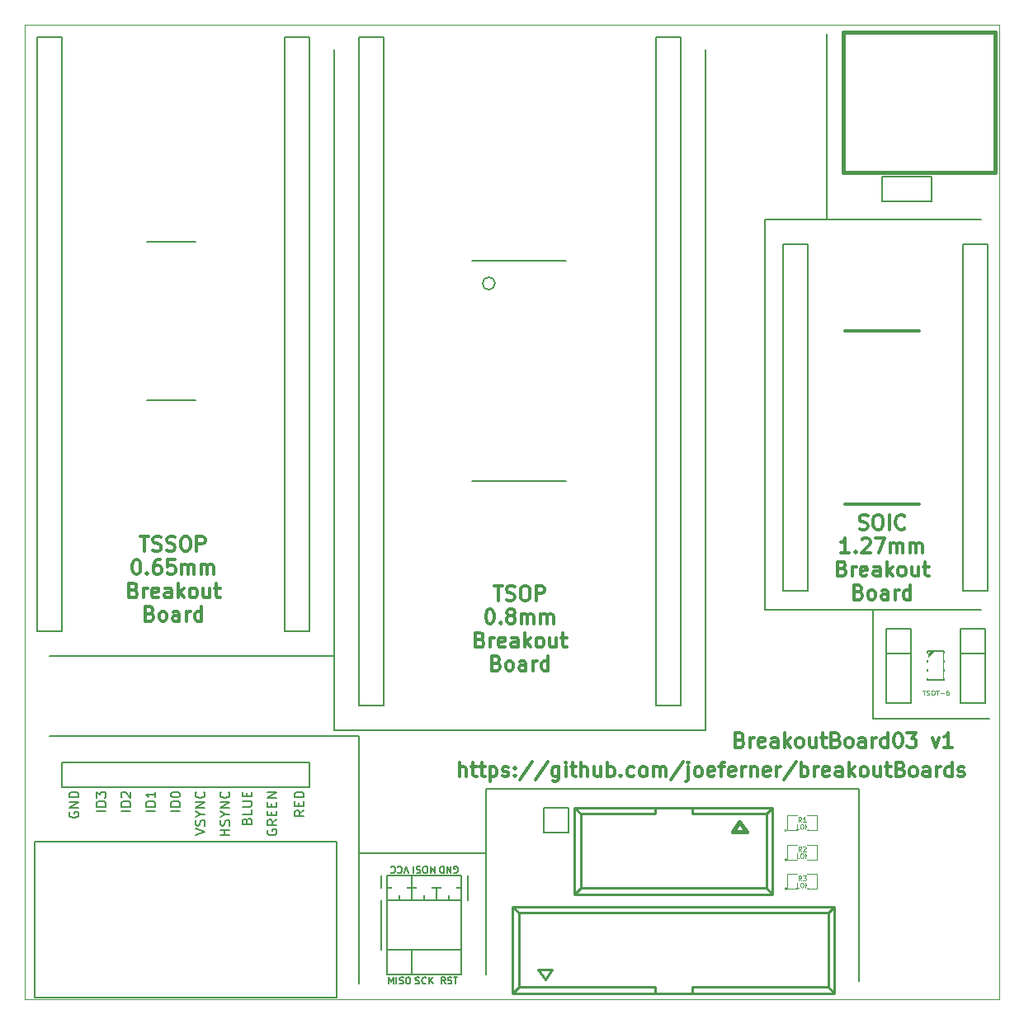
<source format=gto>
G04 (created by PCBNEW (2013-mar-13)-testing) date Wed 17 Apr 2013 02:01:02 PM EDT*
%MOIN*%
G04 Gerber Fmt 3.4, Leading zero omitted, Abs format*
%FSLAX34Y34*%
G01*
G70*
G90*
G04 APERTURE LIST*
%ADD10C,0.006*%
%ADD11C,0.00787402*%
%ADD12C,0.00393701*%
%ADD13C,0.011811*%
%ADD14C,0.00590551*%
%ADD15C,0.00708661*%
%ADD16C,0.008*%
%ADD17C,0.0039*%
%ADD18C,0.01*%
%ADD19C,0.016*%
%ADD20C,0.015*%
%ADD21C,0.012*%
%ADD22C,0.005*%
%ADD23C,0.0043*%
%ADD24R,0.06X0.06*%
%ADD25C,0.06*%
%ADD26C,0.0590551*%
%ADD27R,0.0594488X0.0180315*%
%ADD28R,0.0944882X0.0165354*%
%ADD29R,0.035X0.055*%
%ADD30C,0.0593*%
%ADD31O,0.1378X0.2756*%
%ADD32O,0.063X0.0984*%
%ADD33R,0.137795X0.02*%
%ADD34R,0.0394X0.0272*%
G04 APERTURE END LIST*
G54D10*
G54D11*
X73622Y-67421D02*
X78346Y-67421D01*
X73622Y-62992D02*
X73622Y-67421D01*
G54D12*
X75627Y-66262D02*
X75740Y-66262D01*
X75684Y-66459D02*
X75684Y-66262D01*
X75796Y-66449D02*
X75824Y-66459D01*
X75871Y-66459D01*
X75890Y-66449D01*
X75899Y-66440D01*
X75909Y-66421D01*
X75909Y-66402D01*
X75899Y-66384D01*
X75890Y-66374D01*
X75871Y-66365D01*
X75834Y-66356D01*
X75815Y-66346D01*
X75806Y-66337D01*
X75796Y-66318D01*
X75796Y-66299D01*
X75806Y-66281D01*
X75815Y-66271D01*
X75834Y-66262D01*
X75881Y-66262D01*
X75909Y-66271D01*
X76031Y-66262D02*
X76068Y-66262D01*
X76087Y-66271D01*
X76106Y-66290D01*
X76115Y-66327D01*
X76115Y-66393D01*
X76106Y-66431D01*
X76087Y-66449D01*
X76068Y-66459D01*
X76031Y-66459D01*
X76012Y-66449D01*
X75993Y-66431D01*
X75984Y-66393D01*
X75984Y-66327D01*
X75993Y-66290D01*
X76012Y-66271D01*
X76031Y-66262D01*
X76171Y-66262D02*
X76284Y-66262D01*
X76227Y-66459D02*
X76227Y-66262D01*
X76349Y-66384D02*
X76499Y-66384D01*
X76677Y-66262D02*
X76640Y-66262D01*
X76621Y-66271D01*
X76612Y-66281D01*
X76593Y-66309D01*
X76584Y-66346D01*
X76584Y-66421D01*
X76593Y-66440D01*
X76602Y-66449D01*
X76621Y-66459D01*
X76659Y-66459D01*
X76677Y-66449D01*
X76687Y-66440D01*
X76696Y-66421D01*
X76696Y-66374D01*
X76687Y-66356D01*
X76677Y-66346D01*
X76659Y-66337D01*
X76621Y-66337D01*
X76602Y-66346D01*
X76593Y-66356D01*
X76584Y-66374D01*
G54D13*
X56946Y-69755D02*
X56946Y-69164D01*
X57199Y-69755D02*
X57199Y-69446D01*
X57170Y-69389D01*
X57114Y-69361D01*
X57030Y-69361D01*
X56974Y-69389D01*
X56946Y-69417D01*
X57395Y-69361D02*
X57620Y-69361D01*
X57480Y-69164D02*
X57480Y-69670D01*
X57508Y-69727D01*
X57564Y-69755D01*
X57620Y-69755D01*
X57733Y-69361D02*
X57958Y-69361D01*
X57817Y-69164D02*
X57817Y-69670D01*
X57845Y-69727D01*
X57902Y-69755D01*
X57958Y-69755D01*
X58155Y-69361D02*
X58155Y-69952D01*
X58155Y-69389D02*
X58211Y-69361D01*
X58323Y-69361D01*
X58380Y-69389D01*
X58408Y-69417D01*
X58436Y-69474D01*
X58436Y-69642D01*
X58408Y-69699D01*
X58380Y-69727D01*
X58323Y-69755D01*
X58211Y-69755D01*
X58155Y-69727D01*
X58661Y-69727D02*
X58717Y-69755D01*
X58830Y-69755D01*
X58886Y-69727D01*
X58914Y-69670D01*
X58914Y-69642D01*
X58886Y-69586D01*
X58830Y-69558D01*
X58745Y-69558D01*
X58689Y-69530D01*
X58661Y-69474D01*
X58661Y-69446D01*
X58689Y-69389D01*
X58745Y-69361D01*
X58830Y-69361D01*
X58886Y-69389D01*
X59167Y-69699D02*
X59195Y-69727D01*
X59167Y-69755D01*
X59139Y-69727D01*
X59167Y-69699D01*
X59167Y-69755D01*
X59167Y-69389D02*
X59195Y-69417D01*
X59167Y-69446D01*
X59139Y-69417D01*
X59167Y-69389D01*
X59167Y-69446D01*
X59870Y-69136D02*
X59364Y-69895D01*
X60489Y-69136D02*
X59983Y-69895D01*
X60939Y-69361D02*
X60939Y-69839D01*
X60911Y-69895D01*
X60883Y-69924D01*
X60826Y-69952D01*
X60742Y-69952D01*
X60686Y-69924D01*
X60939Y-69727D02*
X60883Y-69755D01*
X60770Y-69755D01*
X60714Y-69727D01*
X60686Y-69699D01*
X60658Y-69642D01*
X60658Y-69474D01*
X60686Y-69417D01*
X60714Y-69389D01*
X60770Y-69361D01*
X60883Y-69361D01*
X60939Y-69389D01*
X61220Y-69755D02*
X61220Y-69361D01*
X61220Y-69164D02*
X61192Y-69192D01*
X61220Y-69221D01*
X61248Y-69192D01*
X61220Y-69164D01*
X61220Y-69221D01*
X61417Y-69361D02*
X61642Y-69361D01*
X61501Y-69164D02*
X61501Y-69670D01*
X61529Y-69727D01*
X61586Y-69755D01*
X61642Y-69755D01*
X61839Y-69755D02*
X61839Y-69164D01*
X62092Y-69755D02*
X62092Y-69446D01*
X62064Y-69389D01*
X62007Y-69361D01*
X61923Y-69361D01*
X61867Y-69389D01*
X61839Y-69417D01*
X62626Y-69361D02*
X62626Y-69755D01*
X62373Y-69361D02*
X62373Y-69670D01*
X62401Y-69727D01*
X62457Y-69755D01*
X62542Y-69755D01*
X62598Y-69727D01*
X62626Y-69699D01*
X62907Y-69755D02*
X62907Y-69164D01*
X62907Y-69389D02*
X62964Y-69361D01*
X63076Y-69361D01*
X63132Y-69389D01*
X63160Y-69417D01*
X63188Y-69474D01*
X63188Y-69642D01*
X63160Y-69699D01*
X63132Y-69727D01*
X63076Y-69755D01*
X62964Y-69755D01*
X62907Y-69727D01*
X63442Y-69699D02*
X63470Y-69727D01*
X63442Y-69755D01*
X63413Y-69727D01*
X63442Y-69699D01*
X63442Y-69755D01*
X63976Y-69727D02*
X63920Y-69755D01*
X63807Y-69755D01*
X63751Y-69727D01*
X63723Y-69699D01*
X63695Y-69642D01*
X63695Y-69474D01*
X63723Y-69417D01*
X63751Y-69389D01*
X63807Y-69361D01*
X63920Y-69361D01*
X63976Y-69389D01*
X64313Y-69755D02*
X64257Y-69727D01*
X64229Y-69699D01*
X64201Y-69642D01*
X64201Y-69474D01*
X64229Y-69417D01*
X64257Y-69389D01*
X64313Y-69361D01*
X64398Y-69361D01*
X64454Y-69389D01*
X64482Y-69417D01*
X64510Y-69474D01*
X64510Y-69642D01*
X64482Y-69699D01*
X64454Y-69727D01*
X64398Y-69755D01*
X64313Y-69755D01*
X64763Y-69755D02*
X64763Y-69361D01*
X64763Y-69417D02*
X64791Y-69389D01*
X64848Y-69361D01*
X64932Y-69361D01*
X64988Y-69389D01*
X65016Y-69446D01*
X65016Y-69755D01*
X65016Y-69446D02*
X65044Y-69389D01*
X65101Y-69361D01*
X65185Y-69361D01*
X65241Y-69389D01*
X65269Y-69446D01*
X65269Y-69755D01*
X65973Y-69136D02*
X65466Y-69895D01*
X66169Y-69361D02*
X66169Y-69867D01*
X66141Y-69924D01*
X66085Y-69952D01*
X66057Y-69952D01*
X66169Y-69164D02*
X66141Y-69192D01*
X66169Y-69221D01*
X66197Y-69192D01*
X66169Y-69164D01*
X66169Y-69221D01*
X66535Y-69755D02*
X66479Y-69727D01*
X66451Y-69699D01*
X66422Y-69642D01*
X66422Y-69474D01*
X66451Y-69417D01*
X66479Y-69389D01*
X66535Y-69361D01*
X66619Y-69361D01*
X66676Y-69389D01*
X66704Y-69417D01*
X66732Y-69474D01*
X66732Y-69642D01*
X66704Y-69699D01*
X66676Y-69727D01*
X66619Y-69755D01*
X66535Y-69755D01*
X67210Y-69727D02*
X67154Y-69755D01*
X67041Y-69755D01*
X66985Y-69727D01*
X66957Y-69670D01*
X66957Y-69446D01*
X66985Y-69389D01*
X67041Y-69361D01*
X67154Y-69361D01*
X67210Y-69389D01*
X67238Y-69446D01*
X67238Y-69502D01*
X66957Y-69558D01*
X67407Y-69361D02*
X67632Y-69361D01*
X67491Y-69755D02*
X67491Y-69249D01*
X67519Y-69192D01*
X67575Y-69164D01*
X67632Y-69164D01*
X68053Y-69727D02*
X67997Y-69755D01*
X67885Y-69755D01*
X67829Y-69727D01*
X67800Y-69670D01*
X67800Y-69446D01*
X67829Y-69389D01*
X67885Y-69361D01*
X67997Y-69361D01*
X68053Y-69389D01*
X68082Y-69446D01*
X68082Y-69502D01*
X67800Y-69558D01*
X68335Y-69755D02*
X68335Y-69361D01*
X68335Y-69474D02*
X68363Y-69417D01*
X68391Y-69389D01*
X68447Y-69361D01*
X68503Y-69361D01*
X68700Y-69361D02*
X68700Y-69755D01*
X68700Y-69417D02*
X68728Y-69389D01*
X68785Y-69361D01*
X68869Y-69361D01*
X68925Y-69389D01*
X68953Y-69446D01*
X68953Y-69755D01*
X69460Y-69727D02*
X69403Y-69755D01*
X69291Y-69755D01*
X69235Y-69727D01*
X69206Y-69670D01*
X69206Y-69446D01*
X69235Y-69389D01*
X69291Y-69361D01*
X69403Y-69361D01*
X69460Y-69389D01*
X69488Y-69446D01*
X69488Y-69502D01*
X69206Y-69558D01*
X69741Y-69755D02*
X69741Y-69361D01*
X69741Y-69474D02*
X69769Y-69417D01*
X69797Y-69389D01*
X69853Y-69361D01*
X69910Y-69361D01*
X70528Y-69136D02*
X70022Y-69895D01*
X70725Y-69755D02*
X70725Y-69164D01*
X70725Y-69389D02*
X70781Y-69361D01*
X70894Y-69361D01*
X70950Y-69389D01*
X70978Y-69417D01*
X71006Y-69474D01*
X71006Y-69642D01*
X70978Y-69699D01*
X70950Y-69727D01*
X70894Y-69755D01*
X70781Y-69755D01*
X70725Y-69727D01*
X71259Y-69755D02*
X71259Y-69361D01*
X71259Y-69474D02*
X71287Y-69417D01*
X71316Y-69389D01*
X71372Y-69361D01*
X71428Y-69361D01*
X71850Y-69727D02*
X71794Y-69755D01*
X71681Y-69755D01*
X71625Y-69727D01*
X71597Y-69670D01*
X71597Y-69446D01*
X71625Y-69389D01*
X71681Y-69361D01*
X71794Y-69361D01*
X71850Y-69389D01*
X71878Y-69446D01*
X71878Y-69502D01*
X71597Y-69558D01*
X72384Y-69755D02*
X72384Y-69446D01*
X72356Y-69389D01*
X72300Y-69361D01*
X72187Y-69361D01*
X72131Y-69389D01*
X72384Y-69727D02*
X72328Y-69755D01*
X72187Y-69755D01*
X72131Y-69727D01*
X72103Y-69670D01*
X72103Y-69614D01*
X72131Y-69558D01*
X72187Y-69530D01*
X72328Y-69530D01*
X72384Y-69502D01*
X72665Y-69755D02*
X72665Y-69164D01*
X72722Y-69530D02*
X72890Y-69755D01*
X72890Y-69361D02*
X72665Y-69586D01*
X73228Y-69755D02*
X73172Y-69727D01*
X73143Y-69699D01*
X73115Y-69642D01*
X73115Y-69474D01*
X73143Y-69417D01*
X73172Y-69389D01*
X73228Y-69361D01*
X73312Y-69361D01*
X73368Y-69389D01*
X73397Y-69417D01*
X73425Y-69474D01*
X73425Y-69642D01*
X73397Y-69699D01*
X73368Y-69727D01*
X73312Y-69755D01*
X73228Y-69755D01*
X73931Y-69361D02*
X73931Y-69755D01*
X73678Y-69361D02*
X73678Y-69670D01*
X73706Y-69727D01*
X73762Y-69755D01*
X73847Y-69755D01*
X73903Y-69727D01*
X73931Y-69699D01*
X74128Y-69361D02*
X74353Y-69361D01*
X74212Y-69164D02*
X74212Y-69670D01*
X74240Y-69727D01*
X74296Y-69755D01*
X74353Y-69755D01*
X74746Y-69446D02*
X74831Y-69474D01*
X74859Y-69502D01*
X74887Y-69558D01*
X74887Y-69642D01*
X74859Y-69699D01*
X74831Y-69727D01*
X74775Y-69755D01*
X74550Y-69755D01*
X74550Y-69164D01*
X74746Y-69164D01*
X74803Y-69192D01*
X74831Y-69221D01*
X74859Y-69277D01*
X74859Y-69333D01*
X74831Y-69389D01*
X74803Y-69417D01*
X74746Y-69446D01*
X74550Y-69446D01*
X75224Y-69755D02*
X75168Y-69727D01*
X75140Y-69699D01*
X75112Y-69642D01*
X75112Y-69474D01*
X75140Y-69417D01*
X75168Y-69389D01*
X75224Y-69361D01*
X75309Y-69361D01*
X75365Y-69389D01*
X75393Y-69417D01*
X75421Y-69474D01*
X75421Y-69642D01*
X75393Y-69699D01*
X75365Y-69727D01*
X75309Y-69755D01*
X75224Y-69755D01*
X75928Y-69755D02*
X75928Y-69446D01*
X75899Y-69389D01*
X75843Y-69361D01*
X75731Y-69361D01*
X75674Y-69389D01*
X75928Y-69727D02*
X75871Y-69755D01*
X75731Y-69755D01*
X75674Y-69727D01*
X75646Y-69670D01*
X75646Y-69614D01*
X75674Y-69558D01*
X75731Y-69530D01*
X75871Y-69530D01*
X75928Y-69502D01*
X76209Y-69755D02*
X76209Y-69361D01*
X76209Y-69474D02*
X76237Y-69417D01*
X76265Y-69389D01*
X76321Y-69361D01*
X76377Y-69361D01*
X76827Y-69755D02*
X76827Y-69164D01*
X76827Y-69727D02*
X76771Y-69755D01*
X76659Y-69755D01*
X76602Y-69727D01*
X76574Y-69699D01*
X76546Y-69642D01*
X76546Y-69474D01*
X76574Y-69417D01*
X76602Y-69389D01*
X76659Y-69361D01*
X76771Y-69361D01*
X76827Y-69389D01*
X77080Y-69727D02*
X77137Y-69755D01*
X77249Y-69755D01*
X77305Y-69727D01*
X77334Y-69670D01*
X77334Y-69642D01*
X77305Y-69586D01*
X77249Y-69558D01*
X77165Y-69558D01*
X77109Y-69530D01*
X77080Y-69474D01*
X77080Y-69446D01*
X77109Y-69389D01*
X77165Y-69361D01*
X77249Y-69361D01*
X77305Y-69389D01*
X68264Y-68264D02*
X68349Y-68293D01*
X68377Y-68321D01*
X68405Y-68377D01*
X68405Y-68461D01*
X68377Y-68517D01*
X68349Y-68546D01*
X68293Y-68574D01*
X68068Y-68574D01*
X68068Y-67983D01*
X68264Y-67983D01*
X68321Y-68011D01*
X68349Y-68039D01*
X68377Y-68096D01*
X68377Y-68152D01*
X68349Y-68208D01*
X68321Y-68236D01*
X68264Y-68264D01*
X68068Y-68264D01*
X68658Y-68574D02*
X68658Y-68180D01*
X68658Y-68293D02*
X68686Y-68236D01*
X68714Y-68208D01*
X68771Y-68180D01*
X68827Y-68180D01*
X69249Y-68546D02*
X69192Y-68574D01*
X69080Y-68574D01*
X69024Y-68546D01*
X68996Y-68489D01*
X68996Y-68264D01*
X69024Y-68208D01*
X69080Y-68180D01*
X69192Y-68180D01*
X69249Y-68208D01*
X69277Y-68264D01*
X69277Y-68321D01*
X68996Y-68377D01*
X69783Y-68574D02*
X69783Y-68264D01*
X69755Y-68208D01*
X69699Y-68180D01*
X69586Y-68180D01*
X69530Y-68208D01*
X69783Y-68546D02*
X69727Y-68574D01*
X69586Y-68574D01*
X69530Y-68546D01*
X69502Y-68489D01*
X69502Y-68433D01*
X69530Y-68377D01*
X69586Y-68349D01*
X69727Y-68349D01*
X69783Y-68321D01*
X70064Y-68574D02*
X70064Y-67983D01*
X70120Y-68349D02*
X70289Y-68574D01*
X70289Y-68180D02*
X70064Y-68405D01*
X70627Y-68574D02*
X70570Y-68546D01*
X70542Y-68517D01*
X70514Y-68461D01*
X70514Y-68293D01*
X70542Y-68236D01*
X70570Y-68208D01*
X70627Y-68180D01*
X70711Y-68180D01*
X70767Y-68208D01*
X70795Y-68236D01*
X70823Y-68293D01*
X70823Y-68461D01*
X70795Y-68517D01*
X70767Y-68546D01*
X70711Y-68574D01*
X70627Y-68574D01*
X71330Y-68180D02*
X71330Y-68574D01*
X71077Y-68180D02*
X71077Y-68489D01*
X71105Y-68546D01*
X71161Y-68574D01*
X71245Y-68574D01*
X71302Y-68546D01*
X71330Y-68517D01*
X71526Y-68180D02*
X71751Y-68180D01*
X71611Y-67983D02*
X71611Y-68489D01*
X71639Y-68546D01*
X71695Y-68574D01*
X71751Y-68574D01*
X72145Y-68264D02*
X72230Y-68293D01*
X72258Y-68321D01*
X72286Y-68377D01*
X72286Y-68461D01*
X72258Y-68517D01*
X72230Y-68546D01*
X72173Y-68574D01*
X71948Y-68574D01*
X71948Y-67983D01*
X72145Y-67983D01*
X72201Y-68011D01*
X72230Y-68039D01*
X72258Y-68096D01*
X72258Y-68152D01*
X72230Y-68208D01*
X72201Y-68236D01*
X72145Y-68264D01*
X71948Y-68264D01*
X72623Y-68574D02*
X72567Y-68546D01*
X72539Y-68517D01*
X72511Y-68461D01*
X72511Y-68293D01*
X72539Y-68236D01*
X72567Y-68208D01*
X72623Y-68180D01*
X72708Y-68180D01*
X72764Y-68208D01*
X72792Y-68236D01*
X72820Y-68293D01*
X72820Y-68461D01*
X72792Y-68517D01*
X72764Y-68546D01*
X72708Y-68574D01*
X72623Y-68574D01*
X73326Y-68574D02*
X73326Y-68264D01*
X73298Y-68208D01*
X73242Y-68180D01*
X73129Y-68180D01*
X73073Y-68208D01*
X73326Y-68546D02*
X73270Y-68574D01*
X73129Y-68574D01*
X73073Y-68546D01*
X73045Y-68489D01*
X73045Y-68433D01*
X73073Y-68377D01*
X73129Y-68349D01*
X73270Y-68349D01*
X73326Y-68321D01*
X73607Y-68574D02*
X73607Y-68180D01*
X73607Y-68293D02*
X73636Y-68236D01*
X73664Y-68208D01*
X73720Y-68180D01*
X73776Y-68180D01*
X74226Y-68574D02*
X74226Y-67983D01*
X74226Y-68546D02*
X74170Y-68574D01*
X74057Y-68574D01*
X74001Y-68546D01*
X73973Y-68517D01*
X73945Y-68461D01*
X73945Y-68293D01*
X73973Y-68236D01*
X74001Y-68208D01*
X74057Y-68180D01*
X74170Y-68180D01*
X74226Y-68208D01*
X74620Y-67983D02*
X74676Y-67983D01*
X74732Y-68011D01*
X74760Y-68039D01*
X74789Y-68096D01*
X74817Y-68208D01*
X74817Y-68349D01*
X74789Y-68461D01*
X74760Y-68517D01*
X74732Y-68546D01*
X74676Y-68574D01*
X74620Y-68574D01*
X74564Y-68546D01*
X74535Y-68517D01*
X74507Y-68461D01*
X74479Y-68349D01*
X74479Y-68208D01*
X74507Y-68096D01*
X74535Y-68039D01*
X74564Y-68011D01*
X74620Y-67983D01*
X75014Y-67983D02*
X75379Y-67983D01*
X75182Y-68208D01*
X75267Y-68208D01*
X75323Y-68236D01*
X75351Y-68264D01*
X75379Y-68321D01*
X75379Y-68461D01*
X75351Y-68517D01*
X75323Y-68546D01*
X75267Y-68574D01*
X75098Y-68574D01*
X75042Y-68546D01*
X75014Y-68517D01*
X76026Y-68180D02*
X76167Y-68574D01*
X76307Y-68180D01*
X76841Y-68574D02*
X76504Y-68574D01*
X76673Y-68574D02*
X76673Y-67983D01*
X76616Y-68068D01*
X76560Y-68124D01*
X76504Y-68152D01*
X73086Y-59739D02*
X73170Y-59767D01*
X73311Y-59767D01*
X73367Y-59739D01*
X73395Y-59710D01*
X73423Y-59654D01*
X73423Y-59598D01*
X73395Y-59542D01*
X73367Y-59514D01*
X73311Y-59485D01*
X73198Y-59457D01*
X73142Y-59429D01*
X73114Y-59401D01*
X73086Y-59345D01*
X73086Y-59289D01*
X73114Y-59232D01*
X73142Y-59204D01*
X73198Y-59176D01*
X73339Y-59176D01*
X73423Y-59204D01*
X73789Y-59176D02*
X73901Y-59176D01*
X73957Y-59204D01*
X74014Y-59260D01*
X74042Y-59373D01*
X74042Y-59570D01*
X74014Y-59682D01*
X73957Y-59739D01*
X73901Y-59767D01*
X73789Y-59767D01*
X73732Y-59739D01*
X73676Y-59682D01*
X73648Y-59570D01*
X73648Y-59373D01*
X73676Y-59260D01*
X73732Y-59204D01*
X73789Y-59176D01*
X74295Y-59767D02*
X74295Y-59176D01*
X74913Y-59710D02*
X74885Y-59739D01*
X74801Y-59767D01*
X74745Y-59767D01*
X74660Y-59739D01*
X74604Y-59682D01*
X74576Y-59626D01*
X74548Y-59514D01*
X74548Y-59429D01*
X74576Y-59317D01*
X74604Y-59260D01*
X74660Y-59204D01*
X74745Y-59176D01*
X74801Y-59176D01*
X74885Y-59204D01*
X74913Y-59232D01*
X72678Y-60712D02*
X72340Y-60712D01*
X72509Y-60712D02*
X72509Y-60121D01*
X72453Y-60205D01*
X72397Y-60262D01*
X72340Y-60290D01*
X72931Y-60655D02*
X72959Y-60683D01*
X72931Y-60712D01*
X72903Y-60683D01*
X72931Y-60655D01*
X72931Y-60712D01*
X73184Y-60177D02*
X73212Y-60149D01*
X73268Y-60121D01*
X73409Y-60121D01*
X73465Y-60149D01*
X73493Y-60177D01*
X73521Y-60233D01*
X73521Y-60290D01*
X73493Y-60374D01*
X73156Y-60712D01*
X73521Y-60712D01*
X73718Y-60121D02*
X74112Y-60121D01*
X73859Y-60712D01*
X74337Y-60712D02*
X74337Y-60318D01*
X74337Y-60374D02*
X74365Y-60346D01*
X74421Y-60318D01*
X74506Y-60318D01*
X74562Y-60346D01*
X74590Y-60402D01*
X74590Y-60712D01*
X74590Y-60402D02*
X74618Y-60346D01*
X74674Y-60318D01*
X74759Y-60318D01*
X74815Y-60346D01*
X74843Y-60402D01*
X74843Y-60712D01*
X75124Y-60712D02*
X75124Y-60318D01*
X75124Y-60374D02*
X75152Y-60346D01*
X75209Y-60318D01*
X75293Y-60318D01*
X75349Y-60346D01*
X75377Y-60402D01*
X75377Y-60712D01*
X75377Y-60402D02*
X75406Y-60346D01*
X75462Y-60318D01*
X75546Y-60318D01*
X75602Y-60346D01*
X75631Y-60402D01*
X75631Y-60712D01*
X72397Y-61347D02*
X72481Y-61375D01*
X72509Y-61403D01*
X72537Y-61460D01*
X72537Y-61544D01*
X72509Y-61600D01*
X72481Y-61628D01*
X72425Y-61656D01*
X72200Y-61656D01*
X72200Y-61066D01*
X72397Y-61066D01*
X72453Y-61094D01*
X72481Y-61122D01*
X72509Y-61178D01*
X72509Y-61235D01*
X72481Y-61291D01*
X72453Y-61319D01*
X72397Y-61347D01*
X72200Y-61347D01*
X72790Y-61656D02*
X72790Y-61263D01*
X72790Y-61375D02*
X72818Y-61319D01*
X72847Y-61291D01*
X72903Y-61263D01*
X72959Y-61263D01*
X73381Y-61628D02*
X73325Y-61656D01*
X73212Y-61656D01*
X73156Y-61628D01*
X73128Y-61572D01*
X73128Y-61347D01*
X73156Y-61291D01*
X73212Y-61263D01*
X73325Y-61263D01*
X73381Y-61291D01*
X73409Y-61347D01*
X73409Y-61403D01*
X73128Y-61460D01*
X73915Y-61656D02*
X73915Y-61347D01*
X73887Y-61291D01*
X73831Y-61263D01*
X73718Y-61263D01*
X73662Y-61291D01*
X73915Y-61628D02*
X73859Y-61656D01*
X73718Y-61656D01*
X73662Y-61628D01*
X73634Y-61572D01*
X73634Y-61516D01*
X73662Y-61460D01*
X73718Y-61431D01*
X73859Y-61431D01*
X73915Y-61403D01*
X74196Y-61656D02*
X74196Y-61066D01*
X74253Y-61431D02*
X74421Y-61656D01*
X74421Y-61263D02*
X74196Y-61488D01*
X74759Y-61656D02*
X74703Y-61628D01*
X74674Y-61600D01*
X74646Y-61544D01*
X74646Y-61375D01*
X74674Y-61319D01*
X74703Y-61291D01*
X74759Y-61263D01*
X74843Y-61263D01*
X74899Y-61291D01*
X74928Y-61319D01*
X74956Y-61375D01*
X74956Y-61544D01*
X74928Y-61600D01*
X74899Y-61628D01*
X74843Y-61656D01*
X74759Y-61656D01*
X75462Y-61263D02*
X75462Y-61656D01*
X75209Y-61263D02*
X75209Y-61572D01*
X75237Y-61628D01*
X75293Y-61656D01*
X75377Y-61656D01*
X75434Y-61628D01*
X75462Y-61600D01*
X75659Y-61263D02*
X75884Y-61263D01*
X75743Y-61066D02*
X75743Y-61572D01*
X75771Y-61628D01*
X75827Y-61656D01*
X75884Y-61656D01*
X73057Y-62292D02*
X73142Y-62320D01*
X73170Y-62348D01*
X73198Y-62404D01*
X73198Y-62489D01*
X73170Y-62545D01*
X73142Y-62573D01*
X73086Y-62601D01*
X72861Y-62601D01*
X72861Y-62011D01*
X73057Y-62011D01*
X73114Y-62039D01*
X73142Y-62067D01*
X73170Y-62123D01*
X73170Y-62179D01*
X73142Y-62236D01*
X73114Y-62264D01*
X73057Y-62292D01*
X72861Y-62292D01*
X73535Y-62601D02*
X73479Y-62573D01*
X73451Y-62545D01*
X73423Y-62489D01*
X73423Y-62320D01*
X73451Y-62264D01*
X73479Y-62236D01*
X73535Y-62208D01*
X73620Y-62208D01*
X73676Y-62236D01*
X73704Y-62264D01*
X73732Y-62320D01*
X73732Y-62489D01*
X73704Y-62545D01*
X73676Y-62573D01*
X73620Y-62601D01*
X73535Y-62601D01*
X74239Y-62601D02*
X74239Y-62292D01*
X74210Y-62236D01*
X74154Y-62208D01*
X74042Y-62208D01*
X73985Y-62236D01*
X74239Y-62573D02*
X74182Y-62601D01*
X74042Y-62601D01*
X73985Y-62573D01*
X73957Y-62517D01*
X73957Y-62461D01*
X73985Y-62404D01*
X74042Y-62376D01*
X74182Y-62376D01*
X74239Y-62348D01*
X74520Y-62601D02*
X74520Y-62208D01*
X74520Y-62320D02*
X74548Y-62264D01*
X74576Y-62236D01*
X74632Y-62208D01*
X74688Y-62208D01*
X75138Y-62601D02*
X75138Y-62011D01*
X75138Y-62573D02*
X75082Y-62601D01*
X74970Y-62601D01*
X74913Y-62573D01*
X74885Y-62545D01*
X74857Y-62489D01*
X74857Y-62320D01*
X74885Y-62264D01*
X74913Y-62236D01*
X74970Y-62208D01*
X75082Y-62208D01*
X75138Y-62236D01*
G54D11*
X69250Y-63000D02*
X78000Y-63000D01*
X69250Y-47250D02*
X69250Y-63000D01*
X71750Y-47250D02*
X69250Y-47250D01*
X71750Y-47250D02*
X78000Y-47250D01*
X71750Y-39750D02*
X71750Y-47250D01*
X73050Y-70250D02*
X73050Y-78000D01*
X58000Y-70250D02*
X73050Y-70250D01*
X58000Y-73250D02*
X58000Y-70250D01*
X58000Y-72850D02*
X52900Y-72850D01*
X53750Y-74250D02*
X53750Y-73750D01*
X57250Y-74250D02*
X57250Y-73750D01*
X57250Y-74250D02*
X57250Y-74750D01*
X58000Y-73250D02*
X58000Y-77750D01*
G54D14*
X55933Y-73375D02*
X55933Y-73650D01*
X55841Y-73454D01*
X55749Y-73650D01*
X55749Y-73375D01*
X55565Y-73650D02*
X55513Y-73650D01*
X55486Y-73637D01*
X55460Y-73611D01*
X55447Y-73559D01*
X55447Y-73467D01*
X55460Y-73414D01*
X55486Y-73388D01*
X55513Y-73375D01*
X55565Y-73375D01*
X55591Y-73388D01*
X55618Y-73414D01*
X55631Y-73467D01*
X55631Y-73559D01*
X55618Y-73611D01*
X55591Y-73637D01*
X55565Y-73650D01*
X55342Y-73388D02*
X55303Y-73375D01*
X55237Y-73375D01*
X55211Y-73388D01*
X55198Y-73401D01*
X55185Y-73427D01*
X55185Y-73454D01*
X55198Y-73480D01*
X55211Y-73493D01*
X55237Y-73506D01*
X55290Y-73519D01*
X55316Y-73532D01*
X55329Y-73545D01*
X55342Y-73572D01*
X55342Y-73598D01*
X55329Y-73624D01*
X55316Y-73637D01*
X55290Y-73650D01*
X55224Y-73650D01*
X55185Y-73637D01*
X55066Y-73375D02*
X55066Y-73650D01*
X55145Y-78111D02*
X55185Y-78124D01*
X55250Y-78124D01*
X55276Y-78111D01*
X55290Y-78098D01*
X55303Y-78072D01*
X55303Y-78045D01*
X55290Y-78019D01*
X55276Y-78006D01*
X55250Y-77993D01*
X55198Y-77980D01*
X55171Y-77967D01*
X55158Y-77954D01*
X55145Y-77927D01*
X55145Y-77901D01*
X55158Y-77875D01*
X55171Y-77862D01*
X55198Y-77849D01*
X55263Y-77849D01*
X55303Y-77862D01*
X55578Y-78098D02*
X55565Y-78111D01*
X55526Y-78124D01*
X55500Y-78124D01*
X55460Y-78111D01*
X55434Y-78085D01*
X55421Y-78059D01*
X55408Y-78006D01*
X55408Y-77967D01*
X55421Y-77914D01*
X55434Y-77888D01*
X55460Y-77862D01*
X55500Y-77849D01*
X55526Y-77849D01*
X55565Y-77862D01*
X55578Y-77875D01*
X55696Y-78124D02*
X55696Y-77849D01*
X55854Y-78124D02*
X55736Y-77967D01*
X55854Y-77849D02*
X55696Y-78006D01*
X56709Y-73637D02*
X56736Y-73650D01*
X56775Y-73650D01*
X56814Y-73637D01*
X56841Y-73611D01*
X56854Y-73585D01*
X56867Y-73532D01*
X56867Y-73493D01*
X56854Y-73440D01*
X56841Y-73414D01*
X56814Y-73388D01*
X56775Y-73375D01*
X56749Y-73375D01*
X56709Y-73388D01*
X56696Y-73401D01*
X56696Y-73493D01*
X56749Y-73493D01*
X56578Y-73375D02*
X56578Y-73650D01*
X56421Y-73375D01*
X56421Y-73650D01*
X56290Y-73375D02*
X56290Y-73650D01*
X56224Y-73650D01*
X56185Y-73637D01*
X56158Y-73611D01*
X56145Y-73585D01*
X56132Y-73532D01*
X56132Y-73493D01*
X56145Y-73440D01*
X56158Y-73414D01*
X56185Y-73388D01*
X56224Y-73375D01*
X56290Y-73375D01*
X56349Y-78124D02*
X56257Y-77993D01*
X56191Y-78124D02*
X56191Y-77849D01*
X56296Y-77849D01*
X56322Y-77862D01*
X56335Y-77875D01*
X56349Y-77901D01*
X56349Y-77940D01*
X56335Y-77967D01*
X56322Y-77980D01*
X56296Y-77993D01*
X56191Y-77993D01*
X56454Y-78111D02*
X56493Y-78124D01*
X56559Y-78124D01*
X56585Y-78111D01*
X56598Y-78098D01*
X56611Y-78072D01*
X56611Y-78045D01*
X56598Y-78019D01*
X56585Y-78006D01*
X56559Y-77993D01*
X56506Y-77980D01*
X56480Y-77967D01*
X56467Y-77954D01*
X56454Y-77927D01*
X56454Y-77901D01*
X56467Y-77875D01*
X56480Y-77862D01*
X56506Y-77849D01*
X56572Y-77849D01*
X56611Y-77862D01*
X56690Y-77849D02*
X56847Y-77849D01*
X56769Y-78124D02*
X56769Y-77849D01*
X54066Y-78124D02*
X54066Y-77849D01*
X54158Y-78045D01*
X54250Y-77849D01*
X54250Y-78124D01*
X54381Y-78124D02*
X54381Y-77849D01*
X54500Y-78111D02*
X54539Y-78124D01*
X54604Y-78124D01*
X54631Y-78111D01*
X54644Y-78098D01*
X54657Y-78072D01*
X54657Y-78045D01*
X54644Y-78019D01*
X54631Y-78006D01*
X54604Y-77993D01*
X54552Y-77980D01*
X54526Y-77967D01*
X54513Y-77954D01*
X54500Y-77927D01*
X54500Y-77901D01*
X54513Y-77875D01*
X54526Y-77862D01*
X54552Y-77849D01*
X54618Y-77849D01*
X54657Y-77862D01*
X54828Y-77849D02*
X54880Y-77849D01*
X54906Y-77862D01*
X54933Y-77888D01*
X54946Y-77940D01*
X54946Y-78032D01*
X54933Y-78085D01*
X54906Y-78111D01*
X54880Y-78124D01*
X54828Y-78124D01*
X54801Y-78111D01*
X54775Y-78085D01*
X54762Y-78032D01*
X54762Y-77940D01*
X54775Y-77888D01*
X54801Y-77862D01*
X54828Y-77849D01*
X54867Y-73650D02*
X54775Y-73375D01*
X54683Y-73650D01*
X54434Y-73401D02*
X54447Y-73388D01*
X54486Y-73375D01*
X54513Y-73375D01*
X54552Y-73388D01*
X54578Y-73414D01*
X54591Y-73440D01*
X54604Y-73493D01*
X54604Y-73532D01*
X54591Y-73585D01*
X54578Y-73611D01*
X54552Y-73637D01*
X54513Y-73650D01*
X54486Y-73650D01*
X54447Y-73637D01*
X54434Y-73624D01*
X54158Y-73401D02*
X54171Y-73388D01*
X54211Y-73375D01*
X54237Y-73375D01*
X54276Y-73388D01*
X54303Y-73414D01*
X54316Y-73440D01*
X54329Y-73493D01*
X54329Y-73532D01*
X54316Y-73585D01*
X54303Y-73611D01*
X54276Y-73637D01*
X54237Y-73650D01*
X54211Y-73650D01*
X54171Y-73637D01*
X54158Y-73624D01*
G54D11*
X52870Y-68120D02*
X40370Y-68120D01*
X52870Y-78120D02*
X52870Y-68120D01*
X66870Y-67870D02*
X66870Y-67370D01*
X51870Y-67870D02*
X66870Y-67870D01*
X51870Y-67370D02*
X51870Y-67870D01*
X51870Y-67870D02*
X66870Y-67870D01*
X51870Y-64870D02*
X40370Y-64870D01*
G54D13*
X58315Y-62046D02*
X58652Y-62046D01*
X58484Y-62637D02*
X58484Y-62046D01*
X58821Y-62609D02*
X58906Y-62637D01*
X59046Y-62637D01*
X59102Y-62609D01*
X59131Y-62580D01*
X59159Y-62524D01*
X59159Y-62468D01*
X59131Y-62412D01*
X59102Y-62384D01*
X59046Y-62356D01*
X58934Y-62327D01*
X58877Y-62299D01*
X58849Y-62271D01*
X58821Y-62215D01*
X58821Y-62159D01*
X58849Y-62102D01*
X58877Y-62074D01*
X58934Y-62046D01*
X59074Y-62046D01*
X59159Y-62074D01*
X59524Y-62046D02*
X59637Y-62046D01*
X59693Y-62074D01*
X59749Y-62131D01*
X59777Y-62243D01*
X59777Y-62440D01*
X59749Y-62552D01*
X59693Y-62609D01*
X59637Y-62637D01*
X59524Y-62637D01*
X59468Y-62609D01*
X59412Y-62552D01*
X59384Y-62440D01*
X59384Y-62243D01*
X59412Y-62131D01*
X59468Y-62074D01*
X59524Y-62046D01*
X60030Y-62637D02*
X60030Y-62046D01*
X60255Y-62046D01*
X60312Y-62074D01*
X60340Y-62102D01*
X60368Y-62159D01*
X60368Y-62243D01*
X60340Y-62299D01*
X60312Y-62327D01*
X60255Y-62356D01*
X60030Y-62356D01*
X58132Y-62991D02*
X58188Y-62991D01*
X58245Y-63019D01*
X58273Y-63047D01*
X58301Y-63104D01*
X58329Y-63216D01*
X58329Y-63357D01*
X58301Y-63469D01*
X58273Y-63525D01*
X58245Y-63553D01*
X58188Y-63582D01*
X58132Y-63582D01*
X58076Y-63553D01*
X58048Y-63525D01*
X58020Y-63469D01*
X57992Y-63357D01*
X57992Y-63216D01*
X58020Y-63104D01*
X58048Y-63047D01*
X58076Y-63019D01*
X58132Y-62991D01*
X58582Y-63525D02*
X58610Y-63553D01*
X58582Y-63582D01*
X58554Y-63553D01*
X58582Y-63525D01*
X58582Y-63582D01*
X58948Y-63244D02*
X58892Y-63216D01*
X58863Y-63188D01*
X58835Y-63132D01*
X58835Y-63104D01*
X58863Y-63047D01*
X58892Y-63019D01*
X58948Y-62991D01*
X59060Y-62991D01*
X59116Y-63019D01*
X59145Y-63047D01*
X59173Y-63104D01*
X59173Y-63132D01*
X59145Y-63188D01*
X59116Y-63216D01*
X59060Y-63244D01*
X58948Y-63244D01*
X58892Y-63272D01*
X58863Y-63300D01*
X58835Y-63357D01*
X58835Y-63469D01*
X58863Y-63525D01*
X58892Y-63553D01*
X58948Y-63582D01*
X59060Y-63582D01*
X59116Y-63553D01*
X59145Y-63525D01*
X59173Y-63469D01*
X59173Y-63357D01*
X59145Y-63300D01*
X59116Y-63272D01*
X59060Y-63244D01*
X59426Y-63582D02*
X59426Y-63188D01*
X59426Y-63244D02*
X59454Y-63216D01*
X59510Y-63188D01*
X59595Y-63188D01*
X59651Y-63216D01*
X59679Y-63272D01*
X59679Y-63582D01*
X59679Y-63272D02*
X59707Y-63216D01*
X59763Y-63188D01*
X59848Y-63188D01*
X59904Y-63216D01*
X59932Y-63272D01*
X59932Y-63582D01*
X60213Y-63582D02*
X60213Y-63188D01*
X60213Y-63244D02*
X60241Y-63216D01*
X60298Y-63188D01*
X60382Y-63188D01*
X60438Y-63216D01*
X60466Y-63272D01*
X60466Y-63582D01*
X60466Y-63272D02*
X60494Y-63216D01*
X60551Y-63188D01*
X60635Y-63188D01*
X60691Y-63216D01*
X60719Y-63272D01*
X60719Y-63582D01*
X57767Y-64217D02*
X57851Y-64245D01*
X57879Y-64273D01*
X57907Y-64330D01*
X57907Y-64414D01*
X57879Y-64470D01*
X57851Y-64498D01*
X57795Y-64526D01*
X57570Y-64526D01*
X57570Y-63936D01*
X57767Y-63936D01*
X57823Y-63964D01*
X57851Y-63992D01*
X57879Y-64048D01*
X57879Y-64105D01*
X57851Y-64161D01*
X57823Y-64189D01*
X57767Y-64217D01*
X57570Y-64217D01*
X58160Y-64526D02*
X58160Y-64133D01*
X58160Y-64245D02*
X58188Y-64189D01*
X58217Y-64161D01*
X58273Y-64133D01*
X58329Y-64133D01*
X58751Y-64498D02*
X58695Y-64526D01*
X58582Y-64526D01*
X58526Y-64498D01*
X58498Y-64442D01*
X58498Y-64217D01*
X58526Y-64161D01*
X58582Y-64133D01*
X58695Y-64133D01*
X58751Y-64161D01*
X58779Y-64217D01*
X58779Y-64273D01*
X58498Y-64330D01*
X59285Y-64526D02*
X59285Y-64217D01*
X59257Y-64161D01*
X59201Y-64133D01*
X59088Y-64133D01*
X59032Y-64161D01*
X59285Y-64498D02*
X59229Y-64526D01*
X59088Y-64526D01*
X59032Y-64498D01*
X59004Y-64442D01*
X59004Y-64386D01*
X59032Y-64330D01*
X59088Y-64302D01*
X59229Y-64302D01*
X59285Y-64273D01*
X59566Y-64526D02*
X59566Y-63936D01*
X59623Y-64302D02*
X59791Y-64526D01*
X59791Y-64133D02*
X59566Y-64358D01*
X60129Y-64526D02*
X60073Y-64498D01*
X60044Y-64470D01*
X60016Y-64414D01*
X60016Y-64245D01*
X60044Y-64189D01*
X60073Y-64161D01*
X60129Y-64133D01*
X60213Y-64133D01*
X60269Y-64161D01*
X60298Y-64189D01*
X60326Y-64245D01*
X60326Y-64414D01*
X60298Y-64470D01*
X60269Y-64498D01*
X60213Y-64526D01*
X60129Y-64526D01*
X60832Y-64133D02*
X60832Y-64526D01*
X60579Y-64133D02*
X60579Y-64442D01*
X60607Y-64498D01*
X60663Y-64526D01*
X60748Y-64526D01*
X60804Y-64498D01*
X60832Y-64470D01*
X61029Y-64133D02*
X61254Y-64133D01*
X61113Y-63936D02*
X61113Y-64442D01*
X61141Y-64498D01*
X61197Y-64526D01*
X61254Y-64526D01*
X58428Y-65162D02*
X58512Y-65190D01*
X58540Y-65218D01*
X58568Y-65275D01*
X58568Y-65359D01*
X58540Y-65415D01*
X58512Y-65443D01*
X58456Y-65471D01*
X58231Y-65471D01*
X58231Y-64881D01*
X58428Y-64881D01*
X58484Y-64909D01*
X58512Y-64937D01*
X58540Y-64993D01*
X58540Y-65050D01*
X58512Y-65106D01*
X58484Y-65134D01*
X58428Y-65162D01*
X58231Y-65162D01*
X58906Y-65471D02*
X58849Y-65443D01*
X58821Y-65415D01*
X58793Y-65359D01*
X58793Y-65190D01*
X58821Y-65134D01*
X58849Y-65106D01*
X58906Y-65078D01*
X58990Y-65078D01*
X59046Y-65106D01*
X59074Y-65134D01*
X59102Y-65190D01*
X59102Y-65359D01*
X59074Y-65415D01*
X59046Y-65443D01*
X58990Y-65471D01*
X58906Y-65471D01*
X59609Y-65471D02*
X59609Y-65162D01*
X59580Y-65106D01*
X59524Y-65078D01*
X59412Y-65078D01*
X59356Y-65106D01*
X59609Y-65443D02*
X59552Y-65471D01*
X59412Y-65471D01*
X59356Y-65443D01*
X59327Y-65387D01*
X59327Y-65331D01*
X59356Y-65275D01*
X59412Y-65246D01*
X59552Y-65246D01*
X59609Y-65218D01*
X59890Y-65471D02*
X59890Y-65078D01*
X59890Y-65190D02*
X59918Y-65134D01*
X59946Y-65106D01*
X60002Y-65078D01*
X60059Y-65078D01*
X60508Y-65471D02*
X60508Y-64881D01*
X60508Y-65443D02*
X60452Y-65471D01*
X60340Y-65471D01*
X60284Y-65443D01*
X60255Y-65415D01*
X60227Y-65359D01*
X60227Y-65190D01*
X60255Y-65134D01*
X60284Y-65106D01*
X60340Y-65078D01*
X60452Y-65078D01*
X60508Y-65106D01*
G54D11*
X66870Y-67370D02*
X66870Y-40370D01*
X51870Y-64370D02*
X51870Y-67370D01*
G54D15*
X50648Y-71113D02*
X50460Y-71245D01*
X50648Y-71338D02*
X50254Y-71338D01*
X50254Y-71188D01*
X50273Y-71151D01*
X50291Y-71132D01*
X50329Y-71113D01*
X50385Y-71113D01*
X50423Y-71132D01*
X50441Y-71151D01*
X50460Y-71188D01*
X50460Y-71338D01*
X50441Y-70945D02*
X50441Y-70813D01*
X50648Y-70757D02*
X50648Y-70945D01*
X50254Y-70945D01*
X50254Y-70757D01*
X50648Y-70588D02*
X50254Y-70588D01*
X50254Y-70495D01*
X50273Y-70438D01*
X50310Y-70401D01*
X50348Y-70382D01*
X50423Y-70363D01*
X50479Y-70363D01*
X50554Y-70382D01*
X50591Y-70401D01*
X50629Y-70438D01*
X50648Y-70495D01*
X50648Y-70588D01*
X49173Y-71901D02*
X49154Y-71938D01*
X49154Y-71995D01*
X49173Y-72051D01*
X49210Y-72088D01*
X49248Y-72107D01*
X49323Y-72126D01*
X49379Y-72126D01*
X49454Y-72107D01*
X49491Y-72088D01*
X49529Y-72051D01*
X49548Y-71995D01*
X49548Y-71957D01*
X49529Y-71901D01*
X49510Y-71882D01*
X49379Y-71882D01*
X49379Y-71957D01*
X49548Y-71488D02*
X49360Y-71620D01*
X49548Y-71713D02*
X49154Y-71713D01*
X49154Y-71563D01*
X49173Y-71526D01*
X49191Y-71507D01*
X49229Y-71488D01*
X49285Y-71488D01*
X49323Y-71507D01*
X49341Y-71526D01*
X49360Y-71563D01*
X49360Y-71713D01*
X49341Y-71320D02*
X49341Y-71188D01*
X49548Y-71132D02*
X49548Y-71320D01*
X49154Y-71320D01*
X49154Y-71132D01*
X49341Y-70963D02*
X49341Y-70832D01*
X49548Y-70776D02*
X49548Y-70963D01*
X49154Y-70963D01*
X49154Y-70776D01*
X49548Y-70607D02*
X49154Y-70607D01*
X49548Y-70382D01*
X49154Y-70382D01*
X48341Y-71545D02*
X48360Y-71488D01*
X48379Y-71470D01*
X48416Y-71451D01*
X48473Y-71451D01*
X48510Y-71470D01*
X48529Y-71488D01*
X48548Y-71526D01*
X48548Y-71676D01*
X48154Y-71676D01*
X48154Y-71545D01*
X48173Y-71507D01*
X48191Y-71488D01*
X48229Y-71470D01*
X48266Y-71470D01*
X48304Y-71488D01*
X48323Y-71507D01*
X48341Y-71545D01*
X48341Y-71676D01*
X48548Y-71095D02*
X48548Y-71282D01*
X48154Y-71282D01*
X48154Y-70963D02*
X48473Y-70963D01*
X48510Y-70945D01*
X48529Y-70926D01*
X48548Y-70888D01*
X48548Y-70813D01*
X48529Y-70776D01*
X48510Y-70757D01*
X48473Y-70738D01*
X48154Y-70738D01*
X48341Y-70551D02*
X48341Y-70420D01*
X48548Y-70363D02*
X48548Y-70551D01*
X48154Y-70551D01*
X48154Y-70363D01*
X47648Y-72126D02*
X47254Y-72126D01*
X47441Y-72126D02*
X47441Y-71901D01*
X47648Y-71901D02*
X47254Y-71901D01*
X47629Y-71732D02*
X47648Y-71676D01*
X47648Y-71582D01*
X47629Y-71545D01*
X47610Y-71526D01*
X47573Y-71507D01*
X47535Y-71507D01*
X47498Y-71526D01*
X47479Y-71545D01*
X47460Y-71582D01*
X47441Y-71657D01*
X47423Y-71695D01*
X47404Y-71713D01*
X47366Y-71732D01*
X47329Y-71732D01*
X47291Y-71713D01*
X47273Y-71695D01*
X47254Y-71657D01*
X47254Y-71563D01*
X47273Y-71507D01*
X47460Y-71263D02*
X47648Y-71263D01*
X47254Y-71395D02*
X47460Y-71263D01*
X47254Y-71132D01*
X47648Y-71001D02*
X47254Y-71001D01*
X47648Y-70776D01*
X47254Y-70776D01*
X47610Y-70363D02*
X47629Y-70382D01*
X47648Y-70438D01*
X47648Y-70476D01*
X47629Y-70532D01*
X47591Y-70570D01*
X47554Y-70588D01*
X47479Y-70607D01*
X47423Y-70607D01*
X47348Y-70588D01*
X47310Y-70570D01*
X47273Y-70532D01*
X47254Y-70476D01*
X47254Y-70438D01*
X47273Y-70382D01*
X47291Y-70363D01*
X46254Y-72107D02*
X46648Y-71976D01*
X46254Y-71845D01*
X46629Y-71732D02*
X46648Y-71676D01*
X46648Y-71582D01*
X46629Y-71545D01*
X46610Y-71526D01*
X46573Y-71507D01*
X46535Y-71507D01*
X46498Y-71526D01*
X46479Y-71545D01*
X46460Y-71582D01*
X46441Y-71657D01*
X46423Y-71695D01*
X46404Y-71713D01*
X46366Y-71732D01*
X46329Y-71732D01*
X46291Y-71713D01*
X46273Y-71695D01*
X46254Y-71657D01*
X46254Y-71563D01*
X46273Y-71507D01*
X46460Y-71263D02*
X46648Y-71263D01*
X46254Y-71395D02*
X46460Y-71263D01*
X46254Y-71132D01*
X46648Y-71001D02*
X46254Y-71001D01*
X46648Y-70776D01*
X46254Y-70776D01*
X46610Y-70363D02*
X46629Y-70382D01*
X46648Y-70438D01*
X46648Y-70476D01*
X46629Y-70532D01*
X46591Y-70570D01*
X46554Y-70588D01*
X46479Y-70607D01*
X46423Y-70607D01*
X46348Y-70588D01*
X46310Y-70570D01*
X46273Y-70532D01*
X46254Y-70476D01*
X46254Y-70438D01*
X46273Y-70382D01*
X46291Y-70363D01*
X45648Y-71151D02*
X45254Y-71151D01*
X45648Y-70963D02*
X45254Y-70963D01*
X45254Y-70870D01*
X45273Y-70813D01*
X45310Y-70776D01*
X45348Y-70757D01*
X45423Y-70738D01*
X45479Y-70738D01*
X45554Y-70757D01*
X45591Y-70776D01*
X45629Y-70813D01*
X45648Y-70870D01*
X45648Y-70963D01*
X45254Y-70495D02*
X45254Y-70457D01*
X45273Y-70420D01*
X45291Y-70401D01*
X45329Y-70382D01*
X45404Y-70363D01*
X45498Y-70363D01*
X45573Y-70382D01*
X45610Y-70401D01*
X45629Y-70420D01*
X45648Y-70457D01*
X45648Y-70495D01*
X45629Y-70532D01*
X45610Y-70551D01*
X45573Y-70570D01*
X45498Y-70588D01*
X45404Y-70588D01*
X45329Y-70570D01*
X45291Y-70551D01*
X45273Y-70532D01*
X45254Y-70495D01*
X44648Y-71151D02*
X44254Y-71151D01*
X44648Y-70963D02*
X44254Y-70963D01*
X44254Y-70870D01*
X44273Y-70813D01*
X44310Y-70776D01*
X44348Y-70757D01*
X44423Y-70738D01*
X44479Y-70738D01*
X44554Y-70757D01*
X44591Y-70776D01*
X44629Y-70813D01*
X44648Y-70870D01*
X44648Y-70963D01*
X44648Y-70363D02*
X44648Y-70588D01*
X44648Y-70476D02*
X44254Y-70476D01*
X44310Y-70513D01*
X44348Y-70551D01*
X44366Y-70588D01*
X43648Y-71151D02*
X43254Y-71151D01*
X43648Y-70963D02*
X43254Y-70963D01*
X43254Y-70870D01*
X43273Y-70813D01*
X43310Y-70776D01*
X43348Y-70757D01*
X43423Y-70738D01*
X43479Y-70738D01*
X43554Y-70757D01*
X43591Y-70776D01*
X43629Y-70813D01*
X43648Y-70870D01*
X43648Y-70963D01*
X43291Y-70588D02*
X43273Y-70570D01*
X43254Y-70532D01*
X43254Y-70438D01*
X43273Y-70401D01*
X43291Y-70382D01*
X43329Y-70363D01*
X43366Y-70363D01*
X43423Y-70382D01*
X43648Y-70607D01*
X43648Y-70363D01*
X42648Y-71151D02*
X42254Y-71151D01*
X42648Y-70963D02*
X42254Y-70963D01*
X42254Y-70870D01*
X42273Y-70813D01*
X42310Y-70776D01*
X42348Y-70757D01*
X42423Y-70738D01*
X42479Y-70738D01*
X42554Y-70757D01*
X42591Y-70776D01*
X42629Y-70813D01*
X42648Y-70870D01*
X42648Y-70963D01*
X42254Y-70607D02*
X42254Y-70363D01*
X42404Y-70495D01*
X42404Y-70438D01*
X42423Y-70401D01*
X42441Y-70382D01*
X42479Y-70363D01*
X42573Y-70363D01*
X42610Y-70382D01*
X42629Y-70401D01*
X42648Y-70438D01*
X42648Y-70551D01*
X42629Y-70588D01*
X42610Y-70607D01*
X41173Y-71188D02*
X41154Y-71226D01*
X41154Y-71282D01*
X41173Y-71338D01*
X41210Y-71376D01*
X41248Y-71395D01*
X41323Y-71413D01*
X41379Y-71413D01*
X41454Y-71395D01*
X41491Y-71376D01*
X41529Y-71338D01*
X41548Y-71282D01*
X41548Y-71245D01*
X41529Y-71188D01*
X41510Y-71170D01*
X41379Y-71170D01*
X41379Y-71245D01*
X41548Y-71001D02*
X41154Y-71001D01*
X41548Y-70776D01*
X41154Y-70776D01*
X41548Y-70588D02*
X41154Y-70588D01*
X41154Y-70495D01*
X41173Y-70438D01*
X41210Y-70401D01*
X41248Y-70382D01*
X41323Y-70363D01*
X41379Y-70363D01*
X41454Y-70382D01*
X41491Y-70401D01*
X41529Y-70438D01*
X41548Y-70495D01*
X41548Y-70588D01*
G54D13*
X44034Y-60046D02*
X44371Y-60046D01*
X44203Y-60637D02*
X44203Y-60046D01*
X44540Y-60609D02*
X44624Y-60637D01*
X44765Y-60637D01*
X44821Y-60609D01*
X44849Y-60580D01*
X44877Y-60524D01*
X44877Y-60468D01*
X44849Y-60412D01*
X44821Y-60384D01*
X44765Y-60356D01*
X44652Y-60327D01*
X44596Y-60299D01*
X44568Y-60271D01*
X44540Y-60215D01*
X44540Y-60159D01*
X44568Y-60102D01*
X44596Y-60074D01*
X44652Y-60046D01*
X44793Y-60046D01*
X44877Y-60074D01*
X45102Y-60609D02*
X45187Y-60637D01*
X45327Y-60637D01*
X45384Y-60609D01*
X45412Y-60580D01*
X45440Y-60524D01*
X45440Y-60468D01*
X45412Y-60412D01*
X45384Y-60384D01*
X45327Y-60356D01*
X45215Y-60327D01*
X45159Y-60299D01*
X45131Y-60271D01*
X45102Y-60215D01*
X45102Y-60159D01*
X45131Y-60102D01*
X45159Y-60074D01*
X45215Y-60046D01*
X45356Y-60046D01*
X45440Y-60074D01*
X45805Y-60046D02*
X45918Y-60046D01*
X45974Y-60074D01*
X46030Y-60131D01*
X46059Y-60243D01*
X46059Y-60440D01*
X46030Y-60552D01*
X45974Y-60609D01*
X45918Y-60637D01*
X45805Y-60637D01*
X45749Y-60609D01*
X45693Y-60552D01*
X45665Y-60440D01*
X45665Y-60243D01*
X45693Y-60131D01*
X45749Y-60074D01*
X45805Y-60046D01*
X46312Y-60637D02*
X46312Y-60046D01*
X46537Y-60046D01*
X46593Y-60074D01*
X46621Y-60102D01*
X46649Y-60159D01*
X46649Y-60243D01*
X46621Y-60299D01*
X46593Y-60327D01*
X46537Y-60356D01*
X46312Y-60356D01*
X43851Y-60991D02*
X43907Y-60991D01*
X43964Y-61019D01*
X43992Y-61047D01*
X44020Y-61104D01*
X44048Y-61216D01*
X44048Y-61357D01*
X44020Y-61469D01*
X43992Y-61525D01*
X43964Y-61553D01*
X43907Y-61582D01*
X43851Y-61582D01*
X43795Y-61553D01*
X43767Y-61525D01*
X43739Y-61469D01*
X43710Y-61357D01*
X43710Y-61216D01*
X43739Y-61104D01*
X43767Y-61047D01*
X43795Y-61019D01*
X43851Y-60991D01*
X44301Y-61525D02*
X44329Y-61553D01*
X44301Y-61582D01*
X44273Y-61553D01*
X44301Y-61525D01*
X44301Y-61582D01*
X44835Y-60991D02*
X44723Y-60991D01*
X44667Y-61019D01*
X44638Y-61047D01*
X44582Y-61132D01*
X44554Y-61244D01*
X44554Y-61469D01*
X44582Y-61525D01*
X44610Y-61553D01*
X44667Y-61582D01*
X44779Y-61582D01*
X44835Y-61553D01*
X44863Y-61525D01*
X44892Y-61469D01*
X44892Y-61329D01*
X44863Y-61272D01*
X44835Y-61244D01*
X44779Y-61216D01*
X44667Y-61216D01*
X44610Y-61244D01*
X44582Y-61272D01*
X44554Y-61329D01*
X45426Y-60991D02*
X45145Y-60991D01*
X45116Y-61272D01*
X45145Y-61244D01*
X45201Y-61216D01*
X45341Y-61216D01*
X45398Y-61244D01*
X45426Y-61272D01*
X45454Y-61329D01*
X45454Y-61469D01*
X45426Y-61525D01*
X45398Y-61553D01*
X45341Y-61582D01*
X45201Y-61582D01*
X45145Y-61553D01*
X45116Y-61525D01*
X45707Y-61582D02*
X45707Y-61188D01*
X45707Y-61244D02*
X45735Y-61216D01*
X45791Y-61188D01*
X45876Y-61188D01*
X45932Y-61216D01*
X45960Y-61272D01*
X45960Y-61582D01*
X45960Y-61272D02*
X45988Y-61216D01*
X46044Y-61188D01*
X46129Y-61188D01*
X46185Y-61216D01*
X46213Y-61272D01*
X46213Y-61582D01*
X46494Y-61582D02*
X46494Y-61188D01*
X46494Y-61244D02*
X46523Y-61216D01*
X46579Y-61188D01*
X46663Y-61188D01*
X46719Y-61216D01*
X46748Y-61272D01*
X46748Y-61582D01*
X46748Y-61272D02*
X46776Y-61216D01*
X46832Y-61188D01*
X46916Y-61188D01*
X46973Y-61216D01*
X47001Y-61272D01*
X47001Y-61582D01*
X43767Y-62217D02*
X43851Y-62245D01*
X43879Y-62273D01*
X43907Y-62330D01*
X43907Y-62414D01*
X43879Y-62470D01*
X43851Y-62498D01*
X43795Y-62526D01*
X43570Y-62526D01*
X43570Y-61936D01*
X43767Y-61936D01*
X43823Y-61964D01*
X43851Y-61992D01*
X43879Y-62048D01*
X43879Y-62105D01*
X43851Y-62161D01*
X43823Y-62189D01*
X43767Y-62217D01*
X43570Y-62217D01*
X44160Y-62526D02*
X44160Y-62133D01*
X44160Y-62245D02*
X44188Y-62189D01*
X44217Y-62161D01*
X44273Y-62133D01*
X44329Y-62133D01*
X44751Y-62498D02*
X44695Y-62526D01*
X44582Y-62526D01*
X44526Y-62498D01*
X44498Y-62442D01*
X44498Y-62217D01*
X44526Y-62161D01*
X44582Y-62133D01*
X44695Y-62133D01*
X44751Y-62161D01*
X44779Y-62217D01*
X44779Y-62273D01*
X44498Y-62330D01*
X45285Y-62526D02*
X45285Y-62217D01*
X45257Y-62161D01*
X45201Y-62133D01*
X45088Y-62133D01*
X45032Y-62161D01*
X45285Y-62498D02*
X45229Y-62526D01*
X45088Y-62526D01*
X45032Y-62498D01*
X45004Y-62442D01*
X45004Y-62386D01*
X45032Y-62330D01*
X45088Y-62302D01*
X45229Y-62302D01*
X45285Y-62273D01*
X45566Y-62526D02*
X45566Y-61936D01*
X45623Y-62302D02*
X45791Y-62526D01*
X45791Y-62133D02*
X45566Y-62358D01*
X46129Y-62526D02*
X46073Y-62498D01*
X46044Y-62470D01*
X46016Y-62414D01*
X46016Y-62245D01*
X46044Y-62189D01*
X46073Y-62161D01*
X46129Y-62133D01*
X46213Y-62133D01*
X46269Y-62161D01*
X46298Y-62189D01*
X46326Y-62245D01*
X46326Y-62414D01*
X46298Y-62470D01*
X46269Y-62498D01*
X46213Y-62526D01*
X46129Y-62526D01*
X46832Y-62133D02*
X46832Y-62526D01*
X46579Y-62133D02*
X46579Y-62442D01*
X46607Y-62498D01*
X46663Y-62526D01*
X46748Y-62526D01*
X46804Y-62498D01*
X46832Y-62470D01*
X47029Y-62133D02*
X47254Y-62133D01*
X47113Y-61936D02*
X47113Y-62442D01*
X47141Y-62498D01*
X47197Y-62526D01*
X47254Y-62526D01*
X44428Y-63162D02*
X44512Y-63190D01*
X44540Y-63218D01*
X44568Y-63275D01*
X44568Y-63359D01*
X44540Y-63415D01*
X44512Y-63443D01*
X44456Y-63471D01*
X44231Y-63471D01*
X44231Y-62881D01*
X44428Y-62881D01*
X44484Y-62909D01*
X44512Y-62937D01*
X44540Y-62993D01*
X44540Y-63050D01*
X44512Y-63106D01*
X44484Y-63134D01*
X44428Y-63162D01*
X44231Y-63162D01*
X44906Y-63471D02*
X44849Y-63443D01*
X44821Y-63415D01*
X44793Y-63359D01*
X44793Y-63190D01*
X44821Y-63134D01*
X44849Y-63106D01*
X44906Y-63078D01*
X44990Y-63078D01*
X45046Y-63106D01*
X45074Y-63134D01*
X45102Y-63190D01*
X45102Y-63359D01*
X45074Y-63415D01*
X45046Y-63443D01*
X44990Y-63471D01*
X44906Y-63471D01*
X45609Y-63471D02*
X45609Y-63162D01*
X45580Y-63106D01*
X45524Y-63078D01*
X45412Y-63078D01*
X45356Y-63106D01*
X45609Y-63443D02*
X45552Y-63471D01*
X45412Y-63471D01*
X45356Y-63443D01*
X45327Y-63387D01*
X45327Y-63331D01*
X45356Y-63275D01*
X45412Y-63246D01*
X45552Y-63246D01*
X45609Y-63218D01*
X45890Y-63471D02*
X45890Y-63078D01*
X45890Y-63190D02*
X45918Y-63134D01*
X45946Y-63106D01*
X46002Y-63078D01*
X46059Y-63078D01*
X46508Y-63471D02*
X46508Y-62881D01*
X46508Y-63443D02*
X46452Y-63471D01*
X46340Y-63471D01*
X46284Y-63443D01*
X46255Y-63415D01*
X46227Y-63359D01*
X46227Y-63190D01*
X46255Y-63134D01*
X46284Y-63106D01*
X46340Y-63078D01*
X46452Y-63078D01*
X46508Y-63106D01*
G54D11*
X51870Y-40370D02*
X51870Y-64370D01*
G54D12*
X39370Y-39370D02*
X39370Y-78740D01*
X78740Y-39370D02*
X78740Y-78740D01*
X39370Y-78740D02*
X78740Y-78740D01*
X39370Y-39370D02*
X78740Y-39370D01*
G54D14*
X49870Y-63870D02*
X49870Y-39870D01*
X49870Y-39870D02*
X50870Y-39870D01*
X50870Y-39870D02*
X50870Y-63870D01*
X50870Y-63870D02*
X49870Y-63870D01*
X40870Y-39870D02*
X40870Y-63870D01*
X40870Y-63870D02*
X39870Y-63870D01*
X39870Y-63870D02*
X39870Y-39870D01*
X39870Y-39870D02*
X40870Y-39870D01*
X50870Y-70188D02*
X40870Y-70188D01*
X40870Y-70188D02*
X40870Y-69188D01*
X40870Y-69188D02*
X50870Y-69188D01*
X50870Y-69188D02*
X50870Y-70188D01*
X39767Y-72389D02*
X39767Y-78688D01*
X51972Y-72389D02*
X51972Y-78688D01*
X39767Y-72389D02*
X51972Y-72389D01*
X39767Y-78688D02*
X51972Y-78688D01*
X64870Y-66870D02*
X64870Y-39870D01*
X64870Y-39870D02*
X65870Y-39870D01*
X65870Y-39870D02*
X65870Y-66870D01*
X65870Y-66870D02*
X64870Y-66870D01*
X53870Y-39870D02*
X53870Y-66870D01*
X53870Y-66870D02*
X52870Y-66870D01*
X52870Y-66870D02*
X52870Y-39870D01*
X52870Y-39870D02*
X53870Y-39870D01*
X57440Y-48921D02*
X61220Y-48921D01*
X57440Y-57818D02*
X61220Y-57818D01*
X58362Y-49826D02*
G75*
G03X58362Y-49826I-252J0D01*
G74*
G01*
X46251Y-48141D02*
X44283Y-48141D01*
X46251Y-54559D02*
X44283Y-54559D01*
G54D10*
X54000Y-77750D02*
X54000Y-76750D01*
X54000Y-76750D02*
X57000Y-76750D01*
X57000Y-76750D02*
X57000Y-77750D01*
X57000Y-77750D02*
X54000Y-77750D01*
X55000Y-76750D02*
X55000Y-77750D01*
X54000Y-74750D02*
X54000Y-73750D01*
X54000Y-73750D02*
X57000Y-73750D01*
X57000Y-73750D02*
X57000Y-74750D01*
X57000Y-74750D02*
X54000Y-74750D01*
X55000Y-73750D02*
X55000Y-74750D01*
G54D14*
X54003Y-74234D02*
X56996Y-74234D01*
G54D16*
X57000Y-74750D02*
X57000Y-74250D01*
X56500Y-74750D02*
X56500Y-74250D01*
X56000Y-74750D02*
X56000Y-74250D01*
X55500Y-74750D02*
X55500Y-74250D01*
X55000Y-74750D02*
X55000Y-74250D01*
X54500Y-74750D02*
X54500Y-74250D01*
X54000Y-74750D02*
X54000Y-74250D01*
X53750Y-74750D02*
X53750Y-76750D01*
X57000Y-76750D02*
X54000Y-76750D01*
X54000Y-74750D02*
X57000Y-74750D01*
X57000Y-74750D02*
X57000Y-76750D01*
X54000Y-76750D02*
X54000Y-74750D01*
G54D17*
X70163Y-74290D02*
G75*
G03X70163Y-74290I-50J0D01*
G74*
G01*
X70563Y-74290D02*
X70163Y-74290D01*
X70163Y-74290D02*
X70163Y-73690D01*
X70163Y-73690D02*
X70563Y-73690D01*
X70963Y-73690D02*
X71363Y-73690D01*
X71363Y-73690D02*
X71363Y-74290D01*
X71363Y-74290D02*
X70963Y-74290D01*
X70163Y-73109D02*
G75*
G03X70163Y-73109I-50J0D01*
G74*
G01*
X70563Y-73109D02*
X70163Y-73109D01*
X70163Y-73109D02*
X70163Y-72509D01*
X70163Y-72509D02*
X70563Y-72509D01*
X70963Y-72509D02*
X71363Y-72509D01*
X71363Y-72509D02*
X71363Y-73109D01*
X71363Y-73109D02*
X70963Y-73109D01*
X70163Y-71927D02*
G75*
G03X70163Y-71927I-50J0D01*
G74*
G01*
X70563Y-71927D02*
X70163Y-71927D01*
X70163Y-71927D02*
X70163Y-71327D01*
X70163Y-71327D02*
X70563Y-71327D01*
X70963Y-71327D02*
X71363Y-71327D01*
X71363Y-71327D02*
X71363Y-71927D01*
X71363Y-71927D02*
X70963Y-71927D01*
G54D14*
X60316Y-71011D02*
X61316Y-71011D01*
X61316Y-71011D02*
X61316Y-72011D01*
X60316Y-72011D02*
X61316Y-72011D01*
X60316Y-72011D02*
X60316Y-71011D01*
G54D18*
X69316Y-74261D02*
X69566Y-74511D01*
X69316Y-71261D02*
X69566Y-71011D01*
X61816Y-71261D02*
X61566Y-71011D01*
X61816Y-74261D02*
X61566Y-74511D01*
X64816Y-71011D02*
X64816Y-71261D01*
X64816Y-71261D02*
X61816Y-71261D01*
X61816Y-71261D02*
X61816Y-74261D01*
X61816Y-74261D02*
X69316Y-74261D01*
X69316Y-74261D02*
X69316Y-71261D01*
X69316Y-71261D02*
X66316Y-71261D01*
X66316Y-71261D02*
X66316Y-71011D01*
X69566Y-71011D02*
X61566Y-71011D01*
X61566Y-74511D02*
X69566Y-74511D01*
X69566Y-74511D02*
X69566Y-71011D01*
X61566Y-74511D02*
X61566Y-71011D01*
G54D19*
X68518Y-71986D02*
X68243Y-71565D01*
X68243Y-71565D02*
X67967Y-71986D01*
X67967Y-71986D02*
X68518Y-71986D01*
G54D18*
X71816Y-78261D02*
X72066Y-78511D01*
X71816Y-75261D02*
X72066Y-75011D01*
X59316Y-78261D02*
X59066Y-78511D01*
X59066Y-75011D02*
X59316Y-75261D01*
X59316Y-75261D02*
X59316Y-78261D01*
X59316Y-78261D02*
X64816Y-78261D01*
X64816Y-78261D02*
X64816Y-78511D01*
X59316Y-75261D02*
X71816Y-75261D01*
X71816Y-75261D02*
X71816Y-78261D01*
X71816Y-78261D02*
X66316Y-78261D01*
X66316Y-78261D02*
X66316Y-78511D01*
X72066Y-75011D02*
X59066Y-75011D01*
X59066Y-78511D02*
X72066Y-78511D01*
X59066Y-75011D02*
X59066Y-78511D01*
X72066Y-75011D02*
X72066Y-78511D01*
X60114Y-77536D02*
X60389Y-77957D01*
X60389Y-77957D02*
X60665Y-77536D01*
X60665Y-77536D02*
X60114Y-77536D01*
G54D10*
X76000Y-45500D02*
X76000Y-46500D01*
X76000Y-46500D02*
X74000Y-46500D01*
X74000Y-46500D02*
X74000Y-45500D01*
X74000Y-45500D02*
X76000Y-45500D01*
G54D20*
X72429Y-45335D02*
X78571Y-45335D01*
X78571Y-45335D02*
X78571Y-39665D01*
X78571Y-39665D02*
X72429Y-39665D01*
X72429Y-39665D02*
X72429Y-45335D01*
G54D14*
X71000Y-48250D02*
X71000Y-62250D01*
X71000Y-62250D02*
X70000Y-62250D01*
X70000Y-62250D02*
X70000Y-48250D01*
X70000Y-48250D02*
X71000Y-48250D01*
X77250Y-62250D02*
X77250Y-48250D01*
X77250Y-48250D02*
X78250Y-48250D01*
X78250Y-48250D02*
X78250Y-62250D01*
X78250Y-62250D02*
X77250Y-62250D01*
G54D21*
X73000Y-51750D02*
X75500Y-51750D01*
X75500Y-58750D02*
X72500Y-58750D01*
X72500Y-51750D02*
X73000Y-51750D01*
G54D10*
X74171Y-63770D02*
X75171Y-63770D01*
X75171Y-63770D02*
X75171Y-66770D01*
X75171Y-66770D02*
X74171Y-66770D01*
X74171Y-66770D02*
X74171Y-63770D01*
X75171Y-64770D02*
X74171Y-64770D01*
X77171Y-63770D02*
X78171Y-63770D01*
X78171Y-63770D02*
X78171Y-66770D01*
X78171Y-66770D02*
X77171Y-66770D01*
X77171Y-66770D02*
X77171Y-63770D01*
X78171Y-64770D02*
X77171Y-64770D01*
G54D22*
X75836Y-65861D02*
X75836Y-64679D01*
X75836Y-64679D02*
X76506Y-64679D01*
X76506Y-64679D02*
X76506Y-65861D01*
X76506Y-65861D02*
X75836Y-65861D01*
X75837Y-64935D02*
X76092Y-64680D01*
X75837Y-64875D02*
X76032Y-64680D01*
X76509Y-65270D02*
X76769Y-65270D01*
X76509Y-65645D02*
X76769Y-65645D01*
X76509Y-64895D02*
X76769Y-64895D01*
X75833Y-65270D02*
X75573Y-65270D01*
X75833Y-65645D02*
X75573Y-65645D01*
X75833Y-64895D02*
X75573Y-64895D01*
G54D23*
X70730Y-73954D02*
X70665Y-73860D01*
X70618Y-73954D02*
X70618Y-73757D01*
X70693Y-73757D01*
X70712Y-73766D01*
X70721Y-73776D01*
X70730Y-73794D01*
X70730Y-73822D01*
X70721Y-73841D01*
X70712Y-73851D01*
X70693Y-73860D01*
X70618Y-73860D01*
X70796Y-73757D02*
X70918Y-73757D01*
X70852Y-73832D01*
X70881Y-73832D01*
X70899Y-73841D01*
X70909Y-73851D01*
X70918Y-73869D01*
X70918Y-73916D01*
X70909Y-73935D01*
X70899Y-73944D01*
X70881Y-73954D01*
X70824Y-73954D01*
X70805Y-73944D01*
X70796Y-73935D01*
X70627Y-74229D02*
X70515Y-74229D01*
X70571Y-74229D02*
X70571Y-74032D01*
X70552Y-74060D01*
X70533Y-74079D01*
X70515Y-74088D01*
X70749Y-74032D02*
X70768Y-74032D01*
X70787Y-74041D01*
X70796Y-74051D01*
X70805Y-74069D01*
X70815Y-74107D01*
X70815Y-74154D01*
X70805Y-74191D01*
X70796Y-74210D01*
X70787Y-74219D01*
X70768Y-74229D01*
X70749Y-74229D01*
X70730Y-74219D01*
X70721Y-74210D01*
X70712Y-74191D01*
X70702Y-74154D01*
X70702Y-74107D01*
X70712Y-74069D01*
X70721Y-74051D01*
X70730Y-74041D01*
X70749Y-74032D01*
X70899Y-74229D02*
X70899Y-74032D01*
X71012Y-74229D02*
X70927Y-74116D01*
X71012Y-74032D02*
X70899Y-74144D01*
X70730Y-72773D02*
X70665Y-72679D01*
X70618Y-72773D02*
X70618Y-72576D01*
X70693Y-72576D01*
X70712Y-72585D01*
X70721Y-72594D01*
X70730Y-72613D01*
X70730Y-72641D01*
X70721Y-72660D01*
X70712Y-72669D01*
X70693Y-72679D01*
X70618Y-72679D01*
X70805Y-72594D02*
X70815Y-72585D01*
X70834Y-72576D01*
X70881Y-72576D01*
X70899Y-72585D01*
X70909Y-72594D01*
X70918Y-72613D01*
X70918Y-72632D01*
X70909Y-72660D01*
X70796Y-72773D01*
X70918Y-72773D01*
X70627Y-73048D02*
X70515Y-73048D01*
X70571Y-73048D02*
X70571Y-72851D01*
X70552Y-72879D01*
X70533Y-72898D01*
X70515Y-72907D01*
X70749Y-72851D02*
X70768Y-72851D01*
X70787Y-72860D01*
X70796Y-72869D01*
X70805Y-72888D01*
X70815Y-72926D01*
X70815Y-72973D01*
X70805Y-73010D01*
X70796Y-73029D01*
X70787Y-73038D01*
X70768Y-73048D01*
X70749Y-73048D01*
X70730Y-73038D01*
X70721Y-73029D01*
X70712Y-73010D01*
X70702Y-72973D01*
X70702Y-72926D01*
X70712Y-72888D01*
X70721Y-72869D01*
X70730Y-72860D01*
X70749Y-72851D01*
X70899Y-73048D02*
X70899Y-72851D01*
X71012Y-73048D02*
X70927Y-72935D01*
X71012Y-72851D02*
X70899Y-72963D01*
X70730Y-71592D02*
X70665Y-71498D01*
X70618Y-71592D02*
X70618Y-71395D01*
X70693Y-71395D01*
X70712Y-71404D01*
X70721Y-71413D01*
X70730Y-71432D01*
X70730Y-71460D01*
X70721Y-71479D01*
X70712Y-71488D01*
X70693Y-71498D01*
X70618Y-71498D01*
X70918Y-71592D02*
X70805Y-71592D01*
X70862Y-71592D02*
X70862Y-71395D01*
X70843Y-71423D01*
X70824Y-71441D01*
X70805Y-71451D01*
X70627Y-71867D02*
X70515Y-71867D01*
X70571Y-71867D02*
X70571Y-71670D01*
X70552Y-71698D01*
X70533Y-71716D01*
X70515Y-71726D01*
X70749Y-71670D02*
X70768Y-71670D01*
X70787Y-71679D01*
X70796Y-71688D01*
X70805Y-71707D01*
X70815Y-71745D01*
X70815Y-71792D01*
X70805Y-71829D01*
X70796Y-71848D01*
X70787Y-71857D01*
X70768Y-71867D01*
X70749Y-71867D01*
X70730Y-71857D01*
X70721Y-71848D01*
X70712Y-71829D01*
X70702Y-71792D01*
X70702Y-71745D01*
X70712Y-71707D01*
X70721Y-71688D01*
X70730Y-71679D01*
X70749Y-71670D01*
X70899Y-71867D02*
X70899Y-71670D01*
X71012Y-71867D02*
X70927Y-71754D01*
X71012Y-71670D02*
X70899Y-71782D01*
%LPC*%
G54D24*
X50370Y-63370D03*
G54D25*
X50370Y-62370D03*
X50370Y-61370D03*
X50370Y-60370D03*
X50370Y-59370D03*
X50370Y-58370D03*
X50370Y-57370D03*
X50370Y-56370D03*
X50370Y-55370D03*
X50370Y-54370D03*
X50370Y-53370D03*
X50370Y-52370D03*
X50370Y-51370D03*
X50370Y-50370D03*
X50370Y-49370D03*
X50370Y-48370D03*
X50370Y-47370D03*
X50370Y-46370D03*
X50370Y-45370D03*
X50370Y-44370D03*
X50370Y-43370D03*
X50370Y-42370D03*
X50370Y-41370D03*
X50370Y-40370D03*
G54D24*
X40370Y-40370D03*
G54D25*
X40370Y-41370D03*
X40370Y-42370D03*
X40370Y-43370D03*
X40370Y-44370D03*
X40370Y-45370D03*
X40370Y-46370D03*
X40370Y-47370D03*
X40370Y-48370D03*
X40370Y-49370D03*
X40370Y-50370D03*
X40370Y-51370D03*
X40370Y-52370D03*
X40370Y-53370D03*
X40370Y-54370D03*
X40370Y-55370D03*
X40370Y-56370D03*
X40370Y-57370D03*
X40370Y-58370D03*
X40370Y-59370D03*
X40370Y-60370D03*
X40370Y-61370D03*
X40370Y-62370D03*
X40370Y-63370D03*
G54D24*
X50370Y-69688D03*
G54D25*
X49370Y-69688D03*
X48370Y-69688D03*
X47370Y-69688D03*
X46370Y-69688D03*
X45370Y-69688D03*
X44370Y-69688D03*
X43370Y-69688D03*
X42370Y-69688D03*
X41370Y-69688D03*
G54D26*
X47570Y-73188D03*
X46669Y-73188D03*
X45771Y-73188D03*
X44866Y-73188D03*
X43964Y-73188D03*
X48019Y-74188D03*
X47118Y-74188D03*
X46216Y-74188D03*
X45314Y-74188D03*
X44413Y-74188D03*
X47570Y-75188D03*
X46669Y-75188D03*
X45771Y-75188D03*
X44866Y-75188D03*
X43964Y-75188D03*
G54D24*
X65370Y-66370D03*
G54D25*
X65370Y-65370D03*
X65370Y-64370D03*
X65370Y-63370D03*
X65370Y-62370D03*
X65370Y-61370D03*
X65370Y-60370D03*
X65370Y-59370D03*
X65370Y-58370D03*
X65370Y-57370D03*
X65370Y-56370D03*
X65370Y-55370D03*
X65370Y-54370D03*
X65370Y-53370D03*
X65370Y-52370D03*
X65370Y-51370D03*
X65370Y-50370D03*
X65370Y-49370D03*
X65370Y-48370D03*
X65370Y-47370D03*
X65370Y-46370D03*
X65370Y-45370D03*
X65370Y-44370D03*
X65370Y-43370D03*
X65370Y-42370D03*
X65370Y-41370D03*
X65370Y-40370D03*
G54D24*
X53370Y-40370D03*
G54D25*
X53370Y-41370D03*
X53370Y-42370D03*
X53370Y-43370D03*
X53370Y-44370D03*
X53370Y-45370D03*
X53370Y-46370D03*
X53370Y-47370D03*
X53370Y-48370D03*
X53370Y-49370D03*
X53370Y-50370D03*
X53370Y-51370D03*
X53370Y-52370D03*
X53370Y-53370D03*
X53370Y-54370D03*
X53370Y-55370D03*
X53370Y-56370D03*
X53370Y-57370D03*
X53370Y-58370D03*
X53370Y-59370D03*
X53370Y-60370D03*
X53370Y-61370D03*
X53370Y-62370D03*
X53370Y-63370D03*
X53370Y-64370D03*
X53370Y-65370D03*
X53370Y-66370D03*
G54D27*
X57047Y-49275D03*
X57047Y-49590D03*
X57047Y-49905D03*
X57047Y-50220D03*
X57047Y-50535D03*
X57047Y-50850D03*
X57047Y-51165D03*
X57047Y-51480D03*
X57047Y-51795D03*
X57047Y-52110D03*
X57047Y-52425D03*
X57047Y-52740D03*
X57047Y-53055D03*
X57047Y-53370D03*
X57047Y-53685D03*
X57047Y-54000D03*
X57047Y-54314D03*
X57047Y-54629D03*
X57047Y-54944D03*
X57047Y-55259D03*
X57047Y-55574D03*
X57047Y-55889D03*
X57047Y-56204D03*
X57047Y-56519D03*
X57047Y-56834D03*
X57047Y-57149D03*
X57047Y-57464D03*
X61641Y-57464D03*
X61641Y-57149D03*
X61641Y-56834D03*
X61641Y-56519D03*
X61641Y-56204D03*
X61641Y-55889D03*
X61641Y-55574D03*
X61641Y-55259D03*
X61641Y-54944D03*
X61641Y-54629D03*
X61641Y-54314D03*
X61641Y-54000D03*
X61641Y-53685D03*
X61641Y-53370D03*
X61641Y-53055D03*
X61641Y-52740D03*
X61641Y-52425D03*
X61641Y-52110D03*
X61641Y-51795D03*
X61641Y-51480D03*
X61641Y-51165D03*
X61641Y-50850D03*
X61641Y-50535D03*
X61641Y-50220D03*
X61641Y-49905D03*
X61641Y-49590D03*
X61641Y-49275D03*
G54D28*
X46507Y-54322D03*
X46507Y-54066D03*
X46507Y-53811D03*
X46507Y-53555D03*
X46507Y-53299D03*
X46507Y-53043D03*
X46507Y-52787D03*
X46507Y-52531D03*
X46507Y-52275D03*
X46507Y-52019D03*
X46507Y-51763D03*
X46507Y-51507D03*
X46507Y-51251D03*
X46507Y-50996D03*
X46507Y-50740D03*
X46507Y-50484D03*
X46507Y-50228D03*
X46507Y-49972D03*
X46507Y-49716D03*
X46507Y-49460D03*
X46507Y-49204D03*
X46507Y-48948D03*
X46507Y-48692D03*
X46507Y-48437D03*
X43988Y-48437D03*
X43988Y-48692D03*
X43988Y-48948D03*
X43988Y-49204D03*
X43988Y-49460D03*
X43988Y-49716D03*
X43988Y-49972D03*
X43988Y-50228D03*
X43988Y-50484D03*
X43988Y-50740D03*
X43988Y-50996D03*
X43988Y-51251D03*
X43988Y-51507D03*
X43988Y-51763D03*
X43988Y-52019D03*
X43988Y-52275D03*
X43988Y-52531D03*
X43988Y-52787D03*
X43988Y-53043D03*
X43988Y-53299D03*
X43988Y-53555D03*
X43988Y-53811D03*
X43988Y-54066D03*
X43988Y-54322D03*
G54D24*
X54500Y-77250D03*
G54D25*
X55500Y-77250D03*
X56500Y-77250D03*
G54D24*
X54500Y-74250D03*
G54D25*
X55500Y-74250D03*
X56500Y-74250D03*
G54D24*
X54500Y-76250D03*
G54D25*
X54500Y-75250D03*
X55500Y-76250D03*
X55500Y-75250D03*
X56500Y-76250D03*
X56500Y-75250D03*
G54D29*
X70388Y-73990D03*
X71138Y-73990D03*
X70388Y-72809D03*
X71138Y-72809D03*
X70388Y-71627D03*
X71138Y-71627D03*
G54D25*
X60816Y-71511D03*
G54D30*
X67566Y-72261D03*
X67566Y-73261D03*
X66566Y-72261D03*
X66566Y-73261D03*
X65566Y-72261D03*
X65566Y-73261D03*
X64566Y-72261D03*
X64566Y-73261D03*
X63566Y-72261D03*
X63566Y-73261D03*
X61066Y-77261D03*
X61066Y-76261D03*
X62066Y-77261D03*
X62066Y-76261D03*
X63066Y-77261D03*
X63066Y-76261D03*
X64066Y-77261D03*
X64066Y-76261D03*
X65066Y-77261D03*
X65066Y-76261D03*
X66066Y-77261D03*
X66066Y-76261D03*
X67066Y-77261D03*
X67066Y-76261D03*
X68066Y-77261D03*
X68066Y-76261D03*
X69066Y-77261D03*
X69066Y-76261D03*
X70066Y-77261D03*
X70066Y-76261D03*
G54D24*
X75500Y-46000D03*
G54D25*
X74500Y-46000D03*
G54D31*
X73493Y-42790D03*
X77508Y-42790D03*
G54D32*
X75500Y-44469D03*
X74516Y-44469D03*
G54D24*
X70500Y-48750D03*
G54D25*
X70500Y-49750D03*
X70500Y-50750D03*
X70500Y-51750D03*
X70500Y-52750D03*
X70500Y-53750D03*
X70500Y-54750D03*
X70500Y-55750D03*
X70500Y-56750D03*
X70500Y-57750D03*
X70500Y-58750D03*
X70500Y-59750D03*
X70500Y-60750D03*
X70500Y-61750D03*
G54D24*
X77750Y-61750D03*
G54D25*
X77750Y-60750D03*
X77750Y-59750D03*
X77750Y-58750D03*
X77750Y-57750D03*
X77750Y-56750D03*
X77750Y-55750D03*
X77750Y-54750D03*
X77750Y-53750D03*
X77750Y-52750D03*
X77750Y-51750D03*
X77750Y-50750D03*
X77750Y-49750D03*
X77750Y-48750D03*
G54D33*
X75366Y-58500D03*
X75366Y-58000D03*
X75366Y-57500D03*
X75366Y-57000D03*
X75366Y-56500D03*
X75366Y-56000D03*
X75366Y-55500D03*
X75366Y-55000D03*
X75366Y-54500D03*
X75366Y-54000D03*
X75366Y-53500D03*
X75366Y-53000D03*
X75366Y-52500D03*
X75366Y-52000D03*
X72633Y-52000D03*
X72633Y-52500D03*
X72633Y-53000D03*
X72633Y-53500D03*
X72633Y-54000D03*
X72633Y-54500D03*
X72633Y-55000D03*
X72633Y-55500D03*
X72633Y-56000D03*
X72633Y-56500D03*
X72633Y-57000D03*
X72633Y-57500D03*
X72633Y-58000D03*
X72622Y-58500D03*
G54D24*
X74671Y-64270D03*
G54D25*
X74671Y-65270D03*
X74671Y-66270D03*
G54D24*
X77671Y-64270D03*
G54D25*
X77671Y-65270D03*
X77671Y-66270D03*
G54D34*
X75659Y-64896D03*
X75659Y-65644D03*
X75659Y-65270D03*
X76683Y-65644D03*
X76683Y-64896D03*
X76683Y-65270D03*
M02*

</source>
